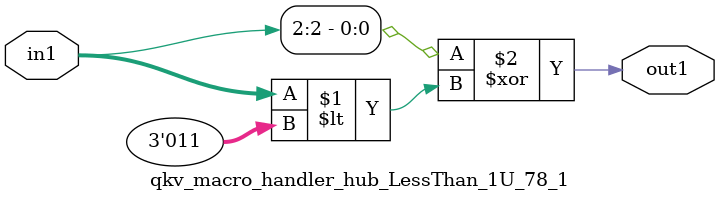
<source format=v>

`timescale 1ps / 1ps


module qkv_macro_handler_hub_LessThan_1U_78_1( in1, out1 );

    input [2:0] in1;
    output out1;

    
    // rtl_process:qkv_macro_handler_hub_LessThan_1U_78_1/qkv_macro_handler_hub_LessThan_1U_78_1_thread_1
    assign out1 = (in1[2] ^ in1 < 3'd3);

endmodule


</source>
